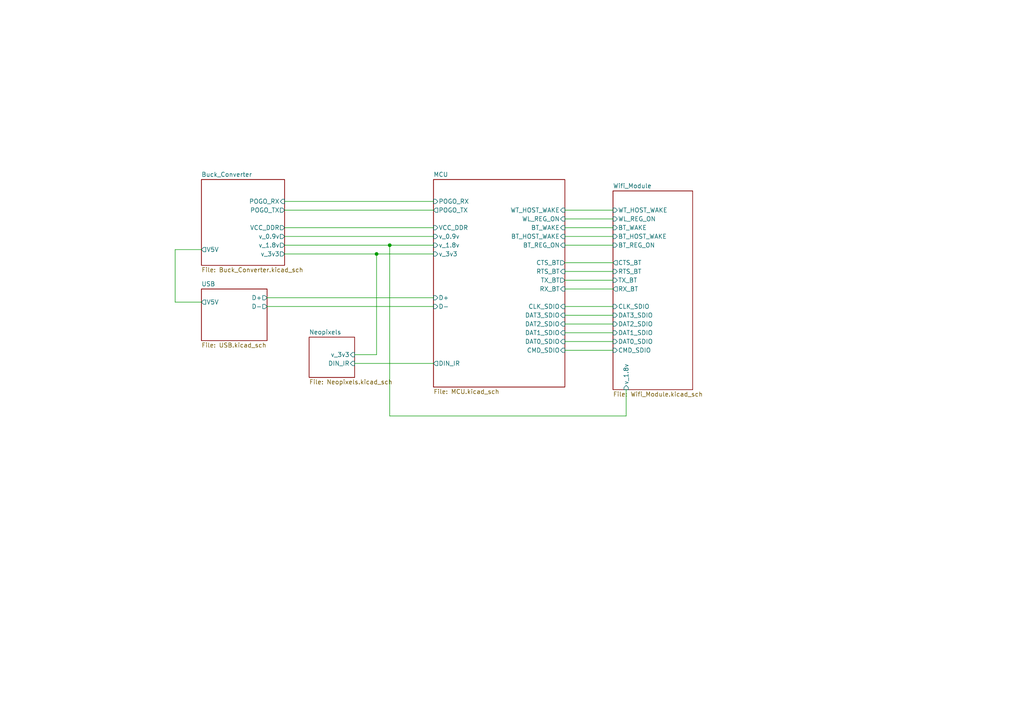
<source format=kicad_sch>
(kicad_sch
	(version 20250114)
	(generator "eeschema")
	(generator_version "9.0")
	(uuid "a95785a0-0aa1-454e-b59f-0ac64970ac71")
	(paper "A4")
	(lib_symbols)
	(junction
		(at 113.03 71.12)
		(diameter 0)
		(color 0 0 0 0)
		(uuid "01e85a95-dcdb-4216-95b6-a5a457e9fbdc")
	)
	(junction
		(at 109.22 73.66)
		(diameter 0)
		(color 0 0 0 0)
		(uuid "25d620ad-9e51-4a82-b719-3c96b6f51e47")
	)
	(wire
		(pts
			(xy 82.55 68.58) (xy 125.73 68.58)
		)
		(stroke
			(width 0)
			(type default)
		)
		(uuid "02776271-1a5c-4508-8a7e-f7a24477074a")
	)
	(wire
		(pts
			(xy 163.83 81.28) (xy 177.8 81.28)
		)
		(stroke
			(width 0)
			(type default)
		)
		(uuid "0bf9259f-1a5c-4ff9-9bea-fadb2fd1af24")
	)
	(wire
		(pts
			(xy 109.22 102.87) (xy 109.22 73.66)
		)
		(stroke
			(width 0)
			(type default)
		)
		(uuid "16378450-8b8e-4273-a060-cea33a0a9464")
	)
	(wire
		(pts
			(xy 82.55 73.66) (xy 109.22 73.66)
		)
		(stroke
			(width 0)
			(type default)
		)
		(uuid "1abbfd0e-5a71-4ce8-8b2a-f1d969618a72")
	)
	(wire
		(pts
			(xy 109.22 73.66) (xy 125.73 73.66)
		)
		(stroke
			(width 0)
			(type default)
		)
		(uuid "386c3327-6ef7-4951-bb7c-281aaa347b22")
	)
	(wire
		(pts
			(xy 163.83 71.12) (xy 177.8 71.12)
		)
		(stroke
			(width 0)
			(type default)
		)
		(uuid "3bd84741-65d9-42b5-a312-046c53861d39")
	)
	(wire
		(pts
			(xy 163.83 99.06) (xy 177.8 99.06)
		)
		(stroke
			(width 0)
			(type default)
		)
		(uuid "45fc0670-47b4-4473-833e-c1c987bc0434")
	)
	(wire
		(pts
			(xy 181.61 113.03) (xy 181.61 120.65)
		)
		(stroke
			(width 0)
			(type default)
		)
		(uuid "6bb13374-e441-476b-b04a-6b2e30b456a4")
	)
	(wire
		(pts
			(xy 50.8 72.39) (xy 50.8 87.63)
		)
		(stroke
			(width 0)
			(type default)
		)
		(uuid "7264b1e5-60a5-4f74-8f86-1b687b9d6535")
	)
	(wire
		(pts
			(xy 102.87 102.87) (xy 109.22 102.87)
		)
		(stroke
			(width 0)
			(type default)
		)
		(uuid "7964011b-86d5-424e-b108-629293ee0dbc")
	)
	(wire
		(pts
			(xy 113.03 71.12) (xy 125.73 71.12)
		)
		(stroke
			(width 0)
			(type default)
		)
		(uuid "7aa6caff-d8e9-4325-b448-15a059caef28")
	)
	(wire
		(pts
			(xy 163.83 63.5) (xy 177.8 63.5)
		)
		(stroke
			(width 0)
			(type default)
		)
		(uuid "7cdf0fc5-4e27-4b45-bbfe-0523d529e087")
	)
	(wire
		(pts
			(xy 82.55 66.04) (xy 125.73 66.04)
		)
		(stroke
			(width 0)
			(type default)
		)
		(uuid "8269b976-ae68-4277-9ca7-28d89a65af1c")
	)
	(wire
		(pts
			(xy 77.47 88.9) (xy 125.73 88.9)
		)
		(stroke
			(width 0)
			(type default)
		)
		(uuid "92308a66-6b06-4d66-a862-ea4619870a1a")
	)
	(wire
		(pts
			(xy 82.55 58.42) (xy 125.73 58.42)
		)
		(stroke
			(width 0)
			(type default)
		)
		(uuid "9b42203b-d651-438c-95ca-1cd724e7a017")
	)
	(wire
		(pts
			(xy 163.83 78.74) (xy 177.8 78.74)
		)
		(stroke
			(width 0)
			(type default)
		)
		(uuid "a439ef84-02eb-42ad-931d-5026d9a7e8ee")
	)
	(wire
		(pts
			(xy 163.83 83.82) (xy 177.8 83.82)
		)
		(stroke
			(width 0)
			(type default)
		)
		(uuid "aa465a58-b157-412c-8814-5b3031712777")
	)
	(wire
		(pts
			(xy 77.47 86.36) (xy 125.73 86.36)
		)
		(stroke
			(width 0)
			(type default)
		)
		(uuid "ba8682b0-36d9-446f-8ef4-b543ea4eec0e")
	)
	(wire
		(pts
			(xy 163.83 88.9) (xy 177.8 88.9)
		)
		(stroke
			(width 0)
			(type default)
		)
		(uuid "bcd17eda-0feb-41e7-a64f-42c1a81ef162")
	)
	(wire
		(pts
			(xy 50.8 87.63) (xy 58.42 87.63)
		)
		(stroke
			(width 0)
			(type default)
		)
		(uuid "bfb7754e-9e49-403f-9738-3df7867d6c00")
	)
	(wire
		(pts
			(xy 163.83 93.98) (xy 177.8 93.98)
		)
		(stroke
			(width 0)
			(type default)
		)
		(uuid "c763775a-623e-4afd-a7ac-7120313a386d")
	)
	(wire
		(pts
			(xy 163.83 91.44) (xy 177.8 91.44)
		)
		(stroke
			(width 0)
			(type default)
		)
		(uuid "ca2ae4a2-5414-4dd5-8040-2abeb074d951")
	)
	(wire
		(pts
			(xy 163.83 101.6) (xy 177.8 101.6)
		)
		(stroke
			(width 0)
			(type default)
		)
		(uuid "cb279564-fe57-4108-812c-8729c6eca38d")
	)
	(wire
		(pts
			(xy 82.55 71.12) (xy 113.03 71.12)
		)
		(stroke
			(width 0)
			(type default)
		)
		(uuid "cec34dcb-4507-4823-8e69-de120b4e5e8b")
	)
	(wire
		(pts
			(xy 163.83 60.96) (xy 177.8 60.96)
		)
		(stroke
			(width 0)
			(type default)
		)
		(uuid "db076eb1-7aa8-47a6-8819-6731bf56b0ed")
	)
	(wire
		(pts
			(xy 163.83 66.04) (xy 177.8 66.04)
		)
		(stroke
			(width 0)
			(type default)
		)
		(uuid "e2090ecb-f332-49c0-9158-04791f26ef69")
	)
	(wire
		(pts
			(xy 181.61 120.65) (xy 113.03 120.65)
		)
		(stroke
			(width 0)
			(type default)
		)
		(uuid "e24cdfcb-7a10-4642-a1eb-6d5c3f25a5a3")
	)
	(wire
		(pts
			(xy 163.83 68.58) (xy 177.8 68.58)
		)
		(stroke
			(width 0)
			(type default)
		)
		(uuid "e52b8c7a-4216-4852-bf9e-84d74d78f226")
	)
	(wire
		(pts
			(xy 163.83 96.52) (xy 177.8 96.52)
		)
		(stroke
			(width 0)
			(type default)
		)
		(uuid "ee6dda16-59ca-4b98-a477-2239e3a7fa02")
	)
	(wire
		(pts
			(xy 82.55 60.96) (xy 125.73 60.96)
		)
		(stroke
			(width 0)
			(type default)
		)
		(uuid "f1881807-3cdb-46f8-98a6-96c5404653b7")
	)
	(wire
		(pts
			(xy 113.03 120.65) (xy 113.03 71.12)
		)
		(stroke
			(width 0)
			(type default)
		)
		(uuid "f68e407b-65e1-4ba5-81c7-53a161128afe")
	)
	(wire
		(pts
			(xy 58.42 72.39) (xy 50.8 72.39)
		)
		(stroke
			(width 0)
			(type default)
		)
		(uuid "f9960116-f329-4fa5-be48-07d5513a87c7")
	)
	(wire
		(pts
			(xy 102.87 105.41) (xy 125.73 105.41)
		)
		(stroke
			(width 0)
			(type default)
		)
		(uuid "fd795cf1-ce55-4ebc-acba-c5e0aa7cfa4f")
	)
	(wire
		(pts
			(xy 163.83 76.2) (xy 177.8 76.2)
		)
		(stroke
			(width 0)
			(type default)
		)
		(uuid "fe2fe4ba-e188-44ae-92c6-eafed45ab476")
	)
	(sheet
		(at 89.662 97.79)
		(size 13.208 11.684)
		(exclude_from_sim no)
		(in_bom yes)
		(on_board yes)
		(dnp no)
		(fields_autoplaced yes)
		(stroke
			(width 0.1524)
			(type solid)
		)
		(fill
			(color 0 0 0 0.0000)
		)
		(uuid "680de73f-0f07-4b07-a85f-a6661c323846")
		(property "Sheetname" "Neopixels"
			(at 89.662 97.0784 0)
			(effects
				(font
					(size 1.27 1.27)
				)
				(justify left bottom)
			)
		)
		(property "Sheetfile" "Neopixels.kicad_sch"
			(at 89.662 110.0586 0)
			(effects
				(font
					(size 1.27 1.27)
				)
				(justify left top)
			)
		)
		(pin "DIN_IR" input
			(at 102.87 105.41 0)
			(uuid "88cb6ee5-c9f4-46ba-a979-da0017e4cf8c")
			(effects
				(font
					(size 1.27 1.27)
				)
				(justify right)
			)
		)
		(pin "v_3v3" input
			(at 102.87 102.87 0)
			(uuid "0be92fa6-2b86-4e05-a825-60d909d3c168")
			(effects
				(font
					(size 1.27 1.27)
				)
				(justify right)
			)
		)
		(instances
			(project "Badge_Bugcon_2025"
				(path "/a95785a0-0aa1-454e-b59f-0ac64970ac71"
					(page "5")
				)
			)
		)
	)
	(sheet
		(at 58.42 52.07)
		(size 24.13 24.892)
		(exclude_from_sim no)
		(in_bom yes)
		(on_board yes)
		(dnp no)
		(fields_autoplaced yes)
		(stroke
			(width 0.1524)
			(type solid)
		)
		(fill
			(color 0 0 0 0.0000)
		)
		(uuid "777dc19f-2824-4c28-abba-46be3f558275")
		(property "Sheetname" "Buck_Converter"
			(at 58.42 51.3584 0)
			(effects
				(font
					(size 1.27 1.27)
				)
				(justify left bottom)
			)
		)
		(property "Sheetfile" "Buck_Converter.kicad_sch"
			(at 58.42 77.5466 0)
			(effects
				(font
					(size 1.27 1.27)
				)
				(justify left top)
			)
		)
		(pin "POGO_RX" input
			(at 82.55 58.42 0)
			(uuid "88e7a5b6-a008-409a-a573-82b0b3004072")
			(effects
				(font
					(size 1.27 1.27)
				)
				(justify right)
			)
		)
		(pin "POGO_TX" output
			(at 82.55 60.96 0)
			(uuid "98947816-ed99-4bea-88ff-4ffd8459ed16")
			(effects
				(font
					(size 1.27 1.27)
				)
				(justify right)
			)
		)
		(pin "V5V" output
			(at 58.42 72.39 180)
			(uuid "6c33d219-e050-48de-8729-a6914576ff82")
			(effects
				(font
					(size 1.27 1.27)
				)
				(justify left)
			)
		)
		(pin "VCC_DDR" output
			(at 82.55 66.04 0)
			(uuid "55c15f67-ef2b-4691-9dc5-7696cdcfb4c3")
			(effects
				(font
					(size 1.27 1.27)
				)
				(justify right)
			)
		)
		(pin "v_0.9v" output
			(at 82.55 68.58 0)
			(uuid "54acb56e-ab98-434c-bb92-b5fc96d62e40")
			(effects
				(font
					(size 1.27 1.27)
				)
				(justify right)
			)
		)
		(pin "v_1.8v" output
			(at 82.55 71.12 0)
			(uuid "4e99ec18-9aa3-410f-ad41-cb7b2172cbbc")
			(effects
				(font
					(size 1.27 1.27)
				)
				(justify right)
			)
		)
		(pin "v_3v3" output
			(at 82.55 73.66 0)
			(uuid "97988555-5c56-4ec4-b0b4-3ec9e5809fa1")
			(effects
				(font
					(size 1.27 1.27)
				)
				(justify right)
			)
		)
		(instances
			(project "Badge_Bugcon_2025"
				(path "/a95785a0-0aa1-454e-b59f-0ac64970ac71"
					(page "3")
				)
			)
		)
	)
	(sheet
		(at 177.8 55.372)
		(size 23.114 57.658)
		(exclude_from_sim no)
		(in_bom yes)
		(on_board yes)
		(dnp no)
		(fields_autoplaced yes)
		(stroke
			(width 0.1524)
			(type solid)
		)
		(fill
			(color 0 0 0 0.0000)
		)
		(uuid "8b03a4c6-16c6-4d89-846a-8b8501d95495")
		(property "Sheetname" "Wifi_Module"
			(at 177.8 54.6604 0)
			(effects
				(font
					(size 1.27 1.27)
				)
				(justify left bottom)
			)
		)
		(property "Sheetfile" "Wifi_Module.kicad_sch"
			(at 177.8 113.6146 0)
			(effects
				(font
					(size 1.27 1.27)
				)
				(justify left top)
			)
		)
		(pin "BT_HOST_WAKE" input
			(at 177.8 68.58 180)
			(uuid "36a59a3e-b755-4b4a-bf9c-550c92596ded")
			(effects
				(font
					(size 1.27 1.27)
				)
				(justify left)
			)
		)
		(pin "BT_REG_ON" input
			(at 177.8 71.12 180)
			(uuid "2558a805-f926-4ac1-b2a7-0a114378553c")
			(effects
				(font
					(size 1.27 1.27)
				)
				(justify left)
			)
		)
		(pin "BT_WAKE" input
			(at 177.8 66.04 180)
			(uuid "d1b93e31-b48d-45b3-9331-1ac3f164c109")
			(effects
				(font
					(size 1.27 1.27)
				)
				(justify left)
			)
		)
		(pin "CLK_SDIO" input
			(at 177.8 88.9 180)
			(uuid "02ab6220-bc5f-444e-8331-5a20847de36f")
			(effects
				(font
					(size 1.27 1.27)
				)
				(justify left)
			)
		)
		(pin "CMD_SDIO" input
			(at 177.8 101.6 180)
			(uuid "ae529e5e-8722-4020-8317-4b4ecf2788e7")
			(effects
				(font
					(size 1.27 1.27)
				)
				(justify left)
			)
		)
		(pin "CTS_BT" output
			(at 177.8 76.2 180)
			(uuid "26bdba72-0d77-406f-81b1-63459e0b63e8")
			(effects
				(font
					(size 1.27 1.27)
				)
				(justify left)
			)
		)
		(pin "DAT0_SDIO" input
			(at 177.8 99.06 180)
			(uuid "cee25fae-b1f2-449a-8b1a-0a10c79006b8")
			(effects
				(font
					(size 1.27 1.27)
				)
				(justify left)
			)
		)
		(pin "DAT1_SDIO" input
			(at 177.8 96.52 180)
			(uuid "b94ca4c1-a3cf-4e86-b2f3-aa18b970c2d7")
			(effects
				(font
					(size 1.27 1.27)
				)
				(justify left)
			)
		)
		(pin "DAT2_SDIO" input
			(at 177.8 93.98 180)
			(uuid "7093353d-184c-404f-824f-a003bf425ddc")
			(effects
				(font
					(size 1.27 1.27)
				)
				(justify left)
			)
		)
		(pin "DAT3_SDIO" input
			(at 177.8 91.44 180)
			(uuid "3e74a791-fc89-4cc5-870a-ea449544cbb3")
			(effects
				(font
					(size 1.27 1.27)
				)
				(justify left)
			)
		)
		(pin "RTS_BT" input
			(at 177.8 78.74 180)
			(uuid "ba2b154b-0935-459a-b1a7-ff551116a961")
			(effects
				(font
					(size 1.27 1.27)
				)
				(justify left)
			)
		)
		(pin "RX_BT" output
			(at 177.8 83.82 180)
			(uuid "29803035-5a4e-4462-b918-5ba99ad2f51b")
			(effects
				(font
					(size 1.27 1.27)
				)
				(justify left)
			)
		)
		(pin "TX_BT" input
			(at 177.8 81.28 180)
			(uuid "57a9fb9f-7a6f-4846-9efb-70a46e44f307")
			(effects
				(font
					(size 1.27 1.27)
				)
				(justify left)
			)
		)
		(pin "v_1.8v" input
			(at 181.61 113.03 270)
			(uuid "f7e01f04-7ba8-4d66-bb3e-6ba10bbdab11")
			(effects
				(font
					(size 1.27 1.27)
				)
				(justify left)
			)
		)
		(pin "WL_REG_ON" input
			(at 177.8 63.5 180)
			(uuid "1c0a7255-af00-48d0-815c-270221a50306")
			(effects
				(font
					(size 1.27 1.27)
				)
				(justify left)
			)
		)
		(pin "WT_HOST_WAKE" input
			(at 177.8 60.96 180)
			(uuid "52b777ff-47ff-4286-ba3c-0b38a5c17116")
			(effects
				(font
					(size 1.27 1.27)
				)
				(justify left)
			)
		)
		(instances
			(project "Badge_Bugcon_2025"
				(path "/a95785a0-0aa1-454e-b59f-0ac64970ac71"
					(page "4")
				)
			)
		)
	)
	(sheet
		(at 58.42 83.82)
		(size 19.05 14.986)
		(exclude_from_sim no)
		(in_bom yes)
		(on_board yes)
		(dnp no)
		(fields_autoplaced yes)
		(stroke
			(width 0.1524)
			(type solid)
		)
		(fill
			(color 0 0 0 0.0000)
		)
		(uuid "a5c26cac-72fa-4752-a660-9cd751934916")
		(property "Sheetname" "USB"
			(at 58.42 83.1084 0)
			(effects
				(font
					(size 1.27 1.27)
				)
				(justify left bottom)
			)
		)
		(property "Sheetfile" "USB.kicad_sch"
			(at 58.42 99.3906 0)
			(effects
				(font
					(size 1.27 1.27)
				)
				(justify left top)
			)
		)
		(pin "V5V" output
			(at 58.42 87.63 180)
			(uuid "4f7a5a09-7a07-4908-aac4-93d336c518fd")
			(effects
				(font
					(size 1.27 1.27)
				)
				(justify left)
			)
		)
		(pin "D+" output
			(at 77.47 86.36 0)
			(uuid "3bfc4148-9238-47ac-a56d-ddd853164228")
			(effects
				(font
					(size 1.27 1.27)
				)
				(justify right)
			)
		)
		(pin "D-" output
			(at 77.47 88.9 0)
			(uuid "5bac9f45-b7ec-4188-afa7-0deb01a528a6")
			(effects
				(font
					(size 1.27 1.27)
				)
				(justify right)
			)
		)
		(instances
			(project "Badge_Bugcon_2025"
				(path "/a95785a0-0aa1-454e-b59f-0ac64970ac71"
					(page "6")
				)
			)
		)
	)
	(sheet
		(at 125.73 52.07)
		(size 38.1 60.198)
		(exclude_from_sim no)
		(in_bom yes)
		(on_board yes)
		(dnp no)
		(fields_autoplaced yes)
		(stroke
			(width 0.1524)
			(type solid)
		)
		(fill
			(color 0 0 0 0.0000)
		)
		(uuid "b4a4bbe3-3d97-4ef8-9067-81f34711c2c0")
		(property "Sheetname" "MCU"
			(at 125.73 51.3584 0)
			(effects
				(font
					(size 1.27 1.27)
				)
				(justify left bottom)
			)
		)
		(property "Sheetfile" "MCU.kicad_sch"
			(at 125.73 112.8526 0)
			(effects
				(font
					(size 1.27 1.27)
				)
				(justify left top)
			)
		)
		(pin "POGO_RX" input
			(at 125.73 58.42 180)
			(uuid "e405030f-3ba6-4da9-8f0c-c7195abd3fea")
			(effects
				(font
					(size 1.27 1.27)
				)
				(justify left)
			)
		)
		(pin "POGO_TX" output
			(at 125.73 60.96 180)
			(uuid "1034b214-a123-4688-90d9-8eaa4e28214c")
			(effects
				(font
					(size 1.27 1.27)
				)
				(justify left)
			)
		)
		(pin "VCC_DDR" input
			(at 125.73 66.04 180)
			(uuid "c690189d-b072-4947-9e09-53b424fa519d")
			(effects
				(font
					(size 1.27 1.27)
				)
				(justify left)
			)
		)
		(pin "v_0.9v" input
			(at 125.73 68.58 180)
			(uuid "1abbaf52-70bc-4f62-9736-26f4ec2855fd")
			(effects
				(font
					(size 1.27 1.27)
				)
				(justify left)
			)
		)
		(pin "v_1.8v" input
			(at 125.73 71.12 180)
			(uuid "94ec0139-d27a-4ef0-a2f2-cdcf962a0e95")
			(effects
				(font
					(size 1.27 1.27)
				)
				(justify left)
			)
		)
		(pin "v_3v3" input
			(at 125.73 73.66 180)
			(uuid "c897bb3d-abb3-4933-8d34-5ccbf78c8444")
			(effects
				(font
					(size 1.27 1.27)
				)
				(justify left)
			)
		)
		(pin "BT_HOST_WAKE" input
			(at 163.83 68.58 0)
			(uuid "f4b61e88-6a71-4506-9096-20c2a11488e5")
			(effects
				(font
					(size 1.27 1.27)
				)
				(justify right)
			)
		)
		(pin "BT_REG_ON" input
			(at 163.83 71.12 0)
			(uuid "cb979293-e623-4ab8-83d4-57a0c95bd82b")
			(effects
				(font
					(size 1.27 1.27)
				)
				(justify right)
			)
		)
		(pin "BT_WAKE" input
			(at 163.83 66.04 0)
			(uuid "19211b66-3ef3-4841-8462-24baa88eb291")
			(effects
				(font
					(size 1.27 1.27)
				)
				(justify right)
			)
		)
		(pin "CLK_SDIO" input
			(at 163.83 88.9 0)
			(uuid "8380ceae-f1eb-4873-85ea-186679c48c62")
			(effects
				(font
					(size 1.27 1.27)
				)
				(justify right)
			)
		)
		(pin "CMD_SDIO" input
			(at 163.83 101.6 0)
			(uuid "d8b0ec1c-34c5-4365-93f0-b585f57e913f")
			(effects
				(font
					(size 1.27 1.27)
				)
				(justify right)
			)
		)
		(pin "CTS_BT" output
			(at 163.83 76.2 0)
			(uuid "2d4398e1-555d-4009-a90c-d2335f62cddb")
			(effects
				(font
					(size 1.27 1.27)
				)
				(justify right)
			)
		)
		(pin "DAT0_SDIO" input
			(at 163.83 99.06 0)
			(uuid "6db0f83e-6945-47fa-ace2-6891689a385d")
			(effects
				(font
					(size 1.27 1.27)
				)
				(justify right)
			)
		)
		(pin "DAT1_SDIO" input
			(at 163.83 96.52 0)
			(uuid "217dedcf-1397-4a76-bebd-fcdd82f7eceb")
			(effects
				(font
					(size 1.27 1.27)
				)
				(justify right)
			)
		)
		(pin "DAT2_SDIO" input
			(at 163.83 93.98 0)
			(uuid "894abaf1-70d5-4ae4-94f8-5d267ea40299")
			(effects
				(font
					(size 1.27 1.27)
				)
				(justify right)
			)
		)
		(pin "DAT3_SDIO" input
			(at 163.83 91.44 0)
			(uuid "29c115f4-875d-4a5c-9a70-3c542bd69018")
			(effects
				(font
					(size 1.27 1.27)
				)
				(justify right)
			)
		)
		(pin "RTS_BT" input
			(at 163.83 78.74 0)
			(uuid "2c1eab97-9faa-4a65-bd6f-438ce171db7e")
			(effects
				(font
					(size 1.27 1.27)
				)
				(justify right)
			)
		)
		(pin "RX_BT" input
			(at 163.83 83.82 0)
			(uuid "eadfc6f7-4c24-4808-8537-150ef5d9c669")
			(effects
				(font
					(size 1.27 1.27)
				)
				(justify right)
			)
		)
		(pin "TX_BT" output
			(at 163.83 81.28 0)
			(uuid "d0eb1221-7710-430e-9e21-54e77676065f")
			(effects
				(font
					(size 1.27 1.27)
				)
				(justify right)
			)
		)
		(pin "WL_REG_ON" input
			(at 163.83 63.5 0)
			(uuid "96cb4dc6-1751-4a0b-a481-9f733ccfd102")
			(effects
				(font
					(size 1.27 1.27)
				)
				(justify right)
			)
		)
		(pin "WT_HOST_WAKE" input
			(at 163.83 60.96 0)
			(uuid "f1cc5ff8-34cb-4f7c-b4b5-2aa89fa05eac")
			(effects
				(font
					(size 1.27 1.27)
				)
				(justify right)
			)
		)
		(pin "DIN_IR" output
			(at 125.73 105.41 180)
			(uuid "5c00587c-5b81-4cf1-a93c-235150461c2e")
			(effects
				(font
					(size 1.27 1.27)
				)
				(justify left)
			)
		)
		(pin "D+" input
			(at 125.73 86.36 180)
			(uuid "34fa7993-44cf-4741-8224-f816fbded9b2")
			(effects
				(font
					(size 1.27 1.27)
				)
				(justify left)
			)
		)
		(pin "D-" input
			(at 125.73 88.9 180)
			(uuid "44efa5c7-a60d-4a5b-a6b6-1ed328e5892c")
			(effects
				(font
					(size 1.27 1.27)
				)
				(justify left)
			)
		)
		(instances
			(project "Badge_Bugcon_2025"
				(path "/a95785a0-0aa1-454e-b59f-0ac64970ac71"
					(page "2")
				)
			)
		)
	)
	(sheet_instances
		(path "/"
			(page "1")
		)
	)
	(embedded_fonts no)
)

</source>
